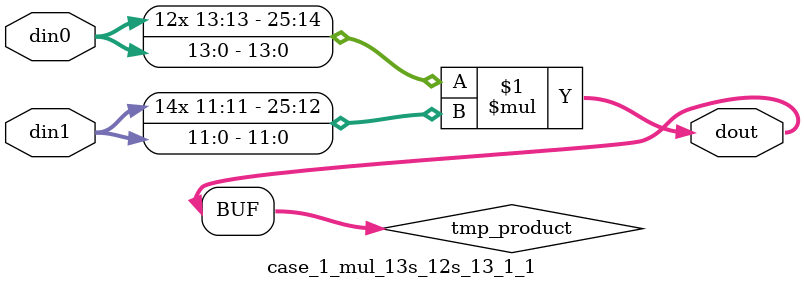
<source format=v>

`timescale 1 ns / 1 ps

 module case_1_mul_13s_12s_13_1_1(din0, din1, dout);
parameter ID = 1;
parameter NUM_STAGE = 0;
parameter din0_WIDTH = 14;
parameter din1_WIDTH = 12;
parameter dout_WIDTH = 26;

input [din0_WIDTH - 1 : 0] din0; 
input [din1_WIDTH - 1 : 0] din1; 
output [dout_WIDTH - 1 : 0] dout;

wire signed [dout_WIDTH - 1 : 0] tmp_product;



























assign tmp_product = $signed(din0) * $signed(din1);








assign dout = tmp_product;





















endmodule

</source>
